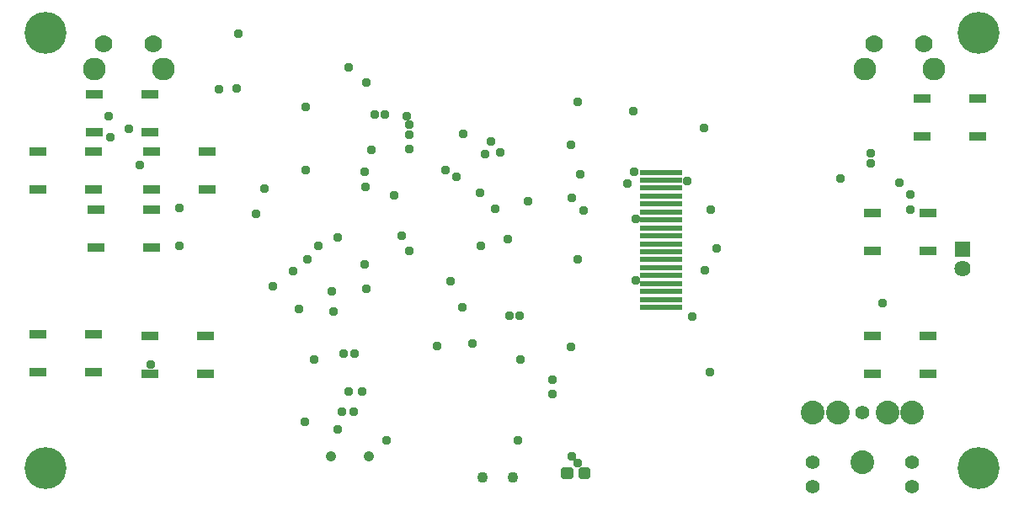
<source format=gbr>
G04 EAGLE Gerber RS-274X export*
G75*
%MOMM*%
%FSLAX34Y34*%
%LPD*%
%INSoldermask Top*%
%IPPOS*%
%AMOC8*
5,1,8,0,0,1.08239X$1,22.5*%
G01*
%ADD10C,1.403200*%
%ADD11C,1.103200*%
%ADD12C,1.053200*%
%ADD13R,4.203200X0.603200*%
%ADD14R,1.727200X0.965200*%
%ADD15C,4.219200*%
%ADD16C,2.387600*%
%ADD17C,2.286000*%
%ADD18C,1.778000*%
%ADD19C,0.505344*%
%ADD20R,1.625600X1.625600*%
%ADD21C,1.625600*%
%ADD22C,0.959600*%


D10*
X902170Y36830D03*
X902170Y11830D03*
X802170Y11830D03*
X802170Y36830D03*
X852170Y86830D03*
D11*
X500140Y21590D03*
X470140Y21590D03*
D12*
X355550Y42320D03*
X317550Y42320D03*
D11*
X470140Y21590D03*
X500140Y21590D03*
D13*
X649620Y256350D03*
X649620Y264350D03*
X649620Y248350D03*
X649620Y240350D03*
X649620Y232350D03*
X649620Y224350D03*
X649620Y216350D03*
X649620Y208350D03*
X649620Y272350D03*
X649620Y280350D03*
X649620Y288350D03*
X649620Y296350D03*
X649620Y304350D03*
X649620Y312350D03*
X649620Y200350D03*
X649620Y192350D03*
X649620Y320350D03*
X649620Y328350D03*
D14*
X135890Y368300D03*
X80010Y368300D03*
X135890Y406400D03*
X80010Y406400D03*
X81280Y290830D03*
X137160Y290830D03*
X81280Y252730D03*
X137160Y252730D03*
X78740Y311150D03*
X22860Y311150D03*
X78740Y349250D03*
X22860Y349250D03*
X137160Y349250D03*
X193040Y349250D03*
X137160Y311150D03*
X193040Y311150D03*
X135890Y163830D03*
X191770Y163830D03*
X135890Y125730D03*
X191770Y125730D03*
X22860Y165100D03*
X78740Y165100D03*
X22860Y127000D03*
X78740Y127000D03*
X918210Y248920D03*
X862330Y248920D03*
X918210Y287020D03*
X862330Y287020D03*
X967740Y364490D03*
X911860Y364490D03*
X967740Y402590D03*
X911860Y402590D03*
X862330Y163830D03*
X918210Y163830D03*
X862330Y125730D03*
X918210Y125730D03*
D15*
X30480Y30480D03*
X30480Y468630D03*
X969010Y468630D03*
X969010Y30480D03*
D16*
X852170Y36830D03*
X877170Y86830D03*
X902170Y86830D03*
X827170Y86830D03*
X802170Y86830D03*
D10*
X902170Y36830D03*
X902170Y11830D03*
X802170Y11830D03*
X802170Y36830D03*
X852170Y86830D03*
D17*
X79300Y432200D03*
D18*
X139300Y457200D03*
X89300Y457200D03*
D17*
X149300Y432200D03*
X854000Y432200D03*
D18*
X914000Y457200D03*
X864000Y457200D03*
D17*
X924000Y432200D03*
D19*
X558600Y28890D02*
X558600Y21910D01*
X551620Y21910D01*
X551620Y28890D01*
X558600Y28890D01*
X558600Y26710D02*
X551620Y26710D01*
X576140Y28890D02*
X576140Y21910D01*
X569160Y21910D01*
X569160Y28890D01*
X576140Y28890D01*
X576140Y26710D02*
X569160Y26710D01*
D12*
X355550Y42320D03*
X317550Y42320D03*
D20*
X952500Y251300D03*
D21*
X952500Y231300D03*
D22*
X320548Y187960D03*
X293624Y240792D03*
X396240Y365760D03*
X396240Y351536D03*
X699516Y291084D03*
X565404Y399034D03*
X621792Y389636D03*
X705612Y251460D03*
X450850Y366776D03*
X341376Y146304D03*
X396240Y248920D03*
X467360Y307340D03*
X692912Y372872D03*
X693420Y229870D03*
X165100Y292100D03*
X259080Y213360D03*
X318770Y208280D03*
X292100Y393700D03*
X508000Y139700D03*
X558800Y355600D03*
X889000Y317500D03*
X698500Y127000D03*
X872490Y196850D03*
X125730Y335280D03*
X438150Y218440D03*
X165100Y254000D03*
X292100Y330200D03*
X558800Y152400D03*
X353060Y210820D03*
X381000Y304800D03*
X472694Y346202D03*
X352552Y313182D03*
X136144Y135128D03*
X304800Y254000D03*
X279400Y228600D03*
X285496Y191008D03*
X330200Y146304D03*
X443992Y323850D03*
X623824Y219456D03*
X506984Y183896D03*
X300736Y140208D03*
X432816Y330454D03*
X496824Y183896D03*
X358648Y350520D03*
X394208Y385064D03*
X572008Y289560D03*
X860552Y337312D03*
X622808Y329184D03*
X423926Y153416D03*
X460248Y156464D03*
X495300Y261112D03*
X482600Y291846D03*
X487680Y348488D03*
X396240Y375920D03*
X860552Y347472D03*
X615696Y316992D03*
X623824Y281432D03*
X324104Y263144D03*
X351536Y235712D03*
X340360Y87630D03*
X349250Y107950D03*
X335280Y107442D03*
X328930Y87122D03*
X324358Y69342D03*
X373888Y58928D03*
X450088Y192278D03*
X242316Y286512D03*
X205232Y411480D03*
X222504Y412496D03*
X335280Y433832D03*
X353568Y418592D03*
X250698Y312166D03*
X361696Y386080D03*
X371856Y386080D03*
X675640Y319786D03*
X830072Y322072D03*
X389128Y264160D03*
X900176Y305816D03*
X900176Y290576D03*
X224282Y467614D03*
X478536Y359664D03*
X351536Y329184D03*
X560070Y302768D03*
X568198Y326390D03*
X468376Y254000D03*
X680720Y182880D03*
X516128Y299212D03*
X565912Y240792D03*
X540512Y105664D03*
X540512Y119888D03*
X565912Y35560D03*
X94488Y385064D03*
X95504Y363728D03*
X114808Y371856D03*
X505714Y58674D03*
X559816Y42672D03*
X291338Y77470D03*
M02*

</source>
